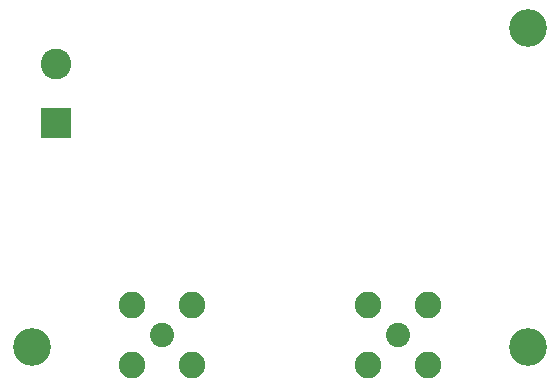
<source format=gbr>
%TF.GenerationSoftware,KiCad,Pcbnew,8.0.2*%
%TF.CreationDate,2025-01-11T01:21:35-03:00*%
%TF.ProjectId,LED,4c45442e-6b69-4636-9164-5f7063625858,rev?*%
%TF.SameCoordinates,Original*%
%TF.FileFunction,Soldermask,Bot*%
%TF.FilePolarity,Negative*%
%FSLAX46Y46*%
G04 Gerber Fmt 4.6, Leading zero omitted, Abs format (unit mm)*
G04 Created by KiCad (PCBNEW 8.0.2) date 2025-01-11 01:21:35*
%MOMM*%
%LPD*%
G01*
G04 APERTURE LIST*
%ADD10C,3.200000*%
%ADD11R,2.600000X2.600000*%
%ADD12C,2.600000*%
%ADD13C,2.050000*%
%ADD14C,2.250000*%
G04 APERTURE END LIST*
D10*
%TO.C,H3*%
X181000000Y-116000000D03*
%TD*%
%TO.C,H1*%
X181000000Y-89000000D03*
%TD*%
%TO.C,H2*%
X139000000Y-116000000D03*
%TD*%
D11*
%TO.C,J3*%
X141000000Y-97000000D03*
D12*
X141000000Y-92000000D03*
%TD*%
D13*
%TO.C,J2*%
X150000000Y-115000000D03*
D14*
X152540000Y-117540000D03*
X147460000Y-117540000D03*
X152540000Y-112460000D03*
X147460000Y-112460000D03*
%TD*%
D13*
%TO.C,J1*%
X170000000Y-115000000D03*
D14*
X172540000Y-117540000D03*
X167460000Y-117540000D03*
X172540000Y-112460000D03*
X167460000Y-112460000D03*
%TD*%
M02*

</source>
